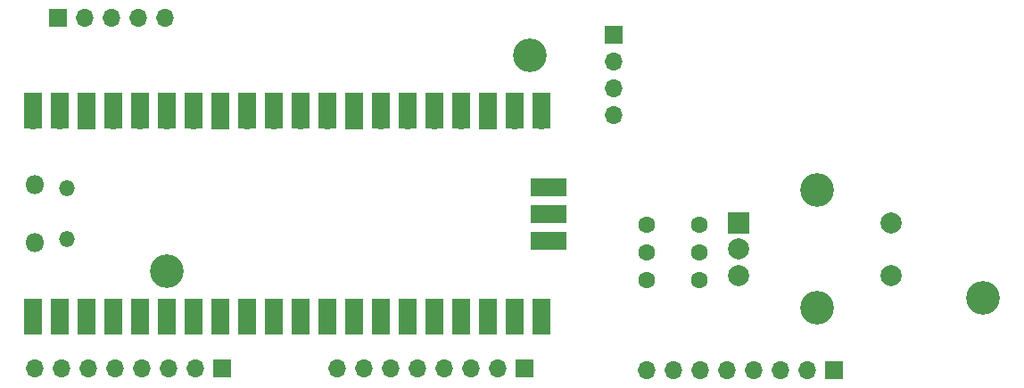
<source format=gbr>
%TF.GenerationSoftware,KiCad,Pcbnew,(6.0.5)*%
%TF.CreationDate,2022-09-02T14:56:30+01:00*%
%TF.ProjectId,PicoDualMIDICarrier,5069636f-4475-4616-9c4d-494449436172,rev?*%
%TF.SameCoordinates,Original*%
%TF.FileFunction,Soldermask,Top*%
%TF.FilePolarity,Negative*%
%FSLAX46Y46*%
G04 Gerber Fmt 4.6, Leading zero omitted, Abs format (unit mm)*
G04 Created by KiCad (PCBNEW (6.0.5)) date 2022-09-02 14:56:30*
%MOMM*%
%LPD*%
G01*
G04 APERTURE LIST*
%ADD10R,1.700000X1.700000*%
%ADD11O,1.700000X1.700000*%
%ADD12C,3.200000*%
%ADD13O,1.800000X1.800000*%
%ADD14O,1.500000X1.500000*%
%ADD15R,1.700000X3.500000*%
%ADD16R,3.500000X1.700000*%
%ADD17R,2.000000X2.000000*%
%ADD18C,2.000000*%
%ADD19C,1.600000*%
G04 APERTURE END LIST*
D10*
%TO.C,J5*%
X104210000Y-101920000D03*
D11*
X106750000Y-101920000D03*
X109290000Y-101920000D03*
X111830000Y-101920000D03*
X114370000Y-101920000D03*
%TD*%
D12*
%TO.C,H3*%
X192000000Y-128500000D03*
%TD*%
%TO.C,H2*%
X149000000Y-105500000D03*
%TD*%
%TO.C,H1*%
X114500000Y-126000000D03*
%TD*%
D13*
%TO.C,U1*%
X101965000Y-117815000D03*
X101965000Y-123265000D03*
D14*
X104995000Y-122965000D03*
X104995000Y-118115000D03*
D11*
X101835000Y-129430000D03*
D15*
X101835000Y-130330000D03*
D11*
X104375000Y-129430000D03*
D15*
X104375000Y-130330000D03*
X106915000Y-130330000D03*
D10*
X106915000Y-129430000D03*
D11*
X109455000Y-129430000D03*
D15*
X109455000Y-130330000D03*
D11*
X111995000Y-129430000D03*
D15*
X111995000Y-130330000D03*
D11*
X114535000Y-129430000D03*
D15*
X114535000Y-130330000D03*
X117075000Y-130330000D03*
D11*
X117075000Y-129430000D03*
D10*
X119615000Y-129430000D03*
D15*
X119615000Y-130330000D03*
X122155000Y-130330000D03*
D11*
X122155000Y-129430000D03*
X124695000Y-129430000D03*
D15*
X124695000Y-130330000D03*
X127235000Y-130330000D03*
D11*
X127235000Y-129430000D03*
X129775000Y-129430000D03*
D15*
X129775000Y-130330000D03*
D10*
X132315000Y-129430000D03*
D15*
X132315000Y-130330000D03*
X134855000Y-130330000D03*
D11*
X134855000Y-129430000D03*
X137395000Y-129430000D03*
D15*
X137395000Y-130330000D03*
X139935000Y-130330000D03*
D11*
X139935000Y-129430000D03*
D15*
X142475000Y-130330000D03*
D11*
X142475000Y-129430000D03*
D15*
X145015000Y-130330000D03*
D10*
X145015000Y-129430000D03*
D11*
X147555000Y-129430000D03*
D15*
X147555000Y-130330000D03*
X150095000Y-130330000D03*
D11*
X150095000Y-129430000D03*
D15*
X150095000Y-110750000D03*
D11*
X150095000Y-111650000D03*
D15*
X147555000Y-110750000D03*
D11*
X147555000Y-111650000D03*
D15*
X145015000Y-110750000D03*
D10*
X145015000Y-111650000D03*
D11*
X142475000Y-111650000D03*
D15*
X142475000Y-110750000D03*
X139935000Y-110750000D03*
D11*
X139935000Y-111650000D03*
D15*
X137395000Y-110750000D03*
D11*
X137395000Y-111650000D03*
X134855000Y-111650000D03*
D15*
X134855000Y-110750000D03*
D10*
X132315000Y-111650000D03*
D15*
X132315000Y-110750000D03*
D11*
X129775000Y-111650000D03*
D15*
X129775000Y-110750000D03*
X127235000Y-110750000D03*
D11*
X127235000Y-111650000D03*
X124695000Y-111650000D03*
D15*
X124695000Y-110750000D03*
D11*
X122155000Y-111650000D03*
D15*
X122155000Y-110750000D03*
X119615000Y-110750000D03*
D10*
X119615000Y-111650000D03*
D15*
X117075000Y-110750000D03*
D11*
X117075000Y-111650000D03*
D15*
X114535000Y-110750000D03*
D11*
X114535000Y-111650000D03*
X111995000Y-111650000D03*
D15*
X111995000Y-110750000D03*
X109455000Y-110750000D03*
D11*
X109455000Y-111650000D03*
D15*
X106915000Y-110750000D03*
D10*
X106915000Y-111650000D03*
D15*
X104375000Y-110750000D03*
D11*
X104375000Y-111650000D03*
X101835000Y-111650000D03*
D15*
X101835000Y-110750000D03*
D16*
X150765000Y-123080000D03*
D11*
X149865000Y-123080000D03*
D10*
X149865000Y-120540000D03*
D16*
X150765000Y-120540000D03*
D11*
X149865000Y-118000000D03*
D16*
X150765000Y-118000000D03*
%TD*%
D17*
%TO.C,SW1*%
X168740000Y-121380000D03*
D18*
X168740000Y-126380000D03*
X168740000Y-123880000D03*
D12*
X176240000Y-118280000D03*
X176240000Y-129480000D03*
D18*
X183240000Y-126380000D03*
X183240000Y-121380000D03*
%TD*%
D10*
%TO.C,J4*%
X156925000Y-103570000D03*
D11*
X156925000Y-106110000D03*
X156925000Y-108650000D03*
X156925000Y-111190000D03*
%TD*%
D10*
%TO.C,J3*%
X177800000Y-135350000D03*
D11*
X175260000Y-135350000D03*
X172720000Y-135350000D03*
X170180000Y-135350000D03*
X167640000Y-135350000D03*
X165100000Y-135350000D03*
X162560000Y-135350000D03*
X160020000Y-135350000D03*
%TD*%
D10*
%TO.C,J2*%
X148435000Y-135250000D03*
D11*
X145895000Y-135250000D03*
X143355000Y-135250000D03*
X140815000Y-135250000D03*
X138275000Y-135250000D03*
X135735000Y-135250000D03*
X133195000Y-135250000D03*
X130655000Y-135250000D03*
%TD*%
D10*
%TO.C,J1*%
X119710000Y-135230000D03*
D11*
X117170000Y-135230000D03*
X114630000Y-135230000D03*
X112090000Y-135230000D03*
X109550000Y-135230000D03*
X107010000Y-135230000D03*
X104470000Y-135230000D03*
X101930000Y-135230000D03*
%TD*%
D19*
%TO.C,C3*%
X165040000Y-126830000D03*
X160040000Y-126830000D03*
%TD*%
%TO.C,C2*%
X165040000Y-124240000D03*
X160040000Y-124240000D03*
%TD*%
%TO.C,C1*%
X165050000Y-121600000D03*
X160050000Y-121600000D03*
%TD*%
M02*

</source>
